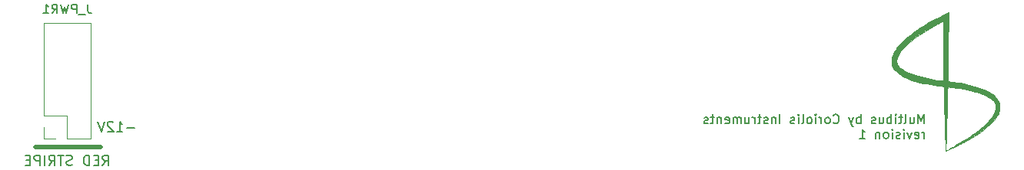
<source format=gbr>
G04 #@! TF.GenerationSoftware,KiCad,Pcbnew,(5.0.2)-1*
G04 #@! TF.CreationDate,2019-02-12T12:39:20+01:00*
G04 #@! TF.ProjectId,Multibus_mainboard,4d756c74-6962-4757-935f-6d61696e626f,rev?*
G04 #@! TF.SameCoordinates,Original*
G04 #@! TF.FileFunction,Legend,Bot*
G04 #@! TF.FilePolarity,Positive*
%FSLAX46Y46*%
G04 Gerber Fmt 4.6, Leading zero omitted, Abs format (unit mm)*
G04 Created by KiCad (PCBNEW (5.0.2)-1) date 12-2-2019 12:39:20*
%MOMM*%
%LPD*%
G01*
G04 APERTURE LIST*
%ADD10C,0.150000*%
%ADD11C,0.500000*%
%ADD12C,0.010000*%
%ADD13C,0.120000*%
G04 APERTURE END LIST*
D10*
X260664404Y-14127380D02*
X260664404Y-13127380D01*
X260331071Y-13841666D01*
X259997738Y-13127380D01*
X259997738Y-14127380D01*
X259092976Y-13460714D02*
X259092976Y-14127380D01*
X259521547Y-13460714D02*
X259521547Y-13984523D01*
X259473928Y-14079761D01*
X259378690Y-14127380D01*
X259235833Y-14127380D01*
X259140595Y-14079761D01*
X259092976Y-14032142D01*
X258473928Y-14127380D02*
X258569166Y-14079761D01*
X258616785Y-13984523D01*
X258616785Y-13127380D01*
X258235833Y-13460714D02*
X257854880Y-13460714D01*
X258092976Y-13127380D02*
X258092976Y-13984523D01*
X258045357Y-14079761D01*
X257950119Y-14127380D01*
X257854880Y-14127380D01*
X257521547Y-14127380D02*
X257521547Y-13460714D01*
X257521547Y-13127380D02*
X257569166Y-13175000D01*
X257521547Y-13222619D01*
X257473928Y-13175000D01*
X257521547Y-13127380D01*
X257521547Y-13222619D01*
X257045357Y-14127380D02*
X257045357Y-13127380D01*
X257045357Y-13508333D02*
X256950119Y-13460714D01*
X256759642Y-13460714D01*
X256664404Y-13508333D01*
X256616785Y-13555952D01*
X256569166Y-13651190D01*
X256569166Y-13936904D01*
X256616785Y-14032142D01*
X256664404Y-14079761D01*
X256759642Y-14127380D01*
X256950119Y-14127380D01*
X257045357Y-14079761D01*
X255712023Y-13460714D02*
X255712023Y-14127380D01*
X256140595Y-13460714D02*
X256140595Y-13984523D01*
X256092976Y-14079761D01*
X255997738Y-14127380D01*
X255854880Y-14127380D01*
X255759642Y-14079761D01*
X255712023Y-14032142D01*
X255283452Y-14079761D02*
X255188214Y-14127380D01*
X254997738Y-14127380D01*
X254902500Y-14079761D01*
X254854880Y-13984523D01*
X254854880Y-13936904D01*
X254902500Y-13841666D01*
X254997738Y-13794047D01*
X255140595Y-13794047D01*
X255235833Y-13746428D01*
X255283452Y-13651190D01*
X255283452Y-13603571D01*
X255235833Y-13508333D01*
X255140595Y-13460714D01*
X254997738Y-13460714D01*
X254902500Y-13508333D01*
X253664404Y-14127380D02*
X253664404Y-13127380D01*
X253664404Y-13508333D02*
X253569166Y-13460714D01*
X253378690Y-13460714D01*
X253283452Y-13508333D01*
X253235833Y-13555952D01*
X253188214Y-13651190D01*
X253188214Y-13936904D01*
X253235833Y-14032142D01*
X253283452Y-14079761D01*
X253378690Y-14127380D01*
X253569166Y-14127380D01*
X253664404Y-14079761D01*
X252854880Y-13460714D02*
X252616785Y-14127380D01*
X252378690Y-13460714D02*
X252616785Y-14127380D01*
X252712023Y-14365476D01*
X252759642Y-14413095D01*
X252854880Y-14460714D01*
X250664404Y-14032142D02*
X250712023Y-14079761D01*
X250854880Y-14127380D01*
X250950119Y-14127380D01*
X251092976Y-14079761D01*
X251188214Y-13984523D01*
X251235833Y-13889285D01*
X251283452Y-13698809D01*
X251283452Y-13555952D01*
X251235833Y-13365476D01*
X251188214Y-13270238D01*
X251092976Y-13175000D01*
X250950119Y-13127380D01*
X250854880Y-13127380D01*
X250712023Y-13175000D01*
X250664404Y-13222619D01*
X250092976Y-14127380D02*
X250188214Y-14079761D01*
X250235833Y-14032142D01*
X250283452Y-13936904D01*
X250283452Y-13651190D01*
X250235833Y-13555952D01*
X250188214Y-13508333D01*
X250092976Y-13460714D01*
X249950119Y-13460714D01*
X249854880Y-13508333D01*
X249807261Y-13555952D01*
X249759642Y-13651190D01*
X249759642Y-13936904D01*
X249807261Y-14032142D01*
X249854880Y-14079761D01*
X249950119Y-14127380D01*
X250092976Y-14127380D01*
X249331071Y-14127380D02*
X249331071Y-13460714D01*
X249331071Y-13651190D02*
X249283452Y-13555952D01*
X249235833Y-13508333D01*
X249140595Y-13460714D01*
X249045357Y-13460714D01*
X248712023Y-14127380D02*
X248712023Y-13460714D01*
X248712023Y-13127380D02*
X248759642Y-13175000D01*
X248712023Y-13222619D01*
X248664404Y-13175000D01*
X248712023Y-13127380D01*
X248712023Y-13222619D01*
X248092976Y-14127380D02*
X248188214Y-14079761D01*
X248235833Y-14032142D01*
X248283452Y-13936904D01*
X248283452Y-13651190D01*
X248235833Y-13555952D01*
X248188214Y-13508333D01*
X248092976Y-13460714D01*
X247950119Y-13460714D01*
X247854880Y-13508333D01*
X247807261Y-13555952D01*
X247759642Y-13651190D01*
X247759642Y-13936904D01*
X247807261Y-14032142D01*
X247854880Y-14079761D01*
X247950119Y-14127380D01*
X248092976Y-14127380D01*
X247188214Y-14127380D02*
X247283452Y-14079761D01*
X247331071Y-13984523D01*
X247331071Y-13127380D01*
X246807261Y-14127380D02*
X246807261Y-13460714D01*
X246807261Y-13127380D02*
X246854880Y-13175000D01*
X246807261Y-13222619D01*
X246759642Y-13175000D01*
X246807261Y-13127380D01*
X246807261Y-13222619D01*
X246378690Y-14079761D02*
X246283452Y-14127380D01*
X246092976Y-14127380D01*
X245997738Y-14079761D01*
X245950119Y-13984523D01*
X245950119Y-13936904D01*
X245997738Y-13841666D01*
X246092976Y-13794047D01*
X246235833Y-13794047D01*
X246331071Y-13746428D01*
X246378690Y-13651190D01*
X246378690Y-13603571D01*
X246331071Y-13508333D01*
X246235833Y-13460714D01*
X246092976Y-13460714D01*
X245997738Y-13508333D01*
X244759642Y-14127380D02*
X244759642Y-13127380D01*
X244283452Y-13460714D02*
X244283452Y-14127380D01*
X244283452Y-13555952D02*
X244235833Y-13508333D01*
X244140595Y-13460714D01*
X243997738Y-13460714D01*
X243902500Y-13508333D01*
X243854880Y-13603571D01*
X243854880Y-14127380D01*
X243426309Y-14079761D02*
X243331071Y-14127380D01*
X243140595Y-14127380D01*
X243045357Y-14079761D01*
X242997738Y-13984523D01*
X242997738Y-13936904D01*
X243045357Y-13841666D01*
X243140595Y-13794047D01*
X243283452Y-13794047D01*
X243378690Y-13746428D01*
X243426309Y-13651190D01*
X243426309Y-13603571D01*
X243378690Y-13508333D01*
X243283452Y-13460714D01*
X243140595Y-13460714D01*
X243045357Y-13508333D01*
X242712023Y-13460714D02*
X242331071Y-13460714D01*
X242569166Y-13127380D02*
X242569166Y-13984523D01*
X242521547Y-14079761D01*
X242426309Y-14127380D01*
X242331071Y-14127380D01*
X241997738Y-14127380D02*
X241997738Y-13460714D01*
X241997738Y-13651190D02*
X241950119Y-13555952D01*
X241902500Y-13508333D01*
X241807261Y-13460714D01*
X241712023Y-13460714D01*
X240950119Y-13460714D02*
X240950119Y-14127380D01*
X241378690Y-13460714D02*
X241378690Y-13984523D01*
X241331071Y-14079761D01*
X241235833Y-14127380D01*
X241092976Y-14127380D01*
X240997738Y-14079761D01*
X240950119Y-14032142D01*
X240473928Y-14127380D02*
X240473928Y-13460714D01*
X240473928Y-13555952D02*
X240426309Y-13508333D01*
X240331071Y-13460714D01*
X240188214Y-13460714D01*
X240092976Y-13508333D01*
X240045357Y-13603571D01*
X240045357Y-14127380D01*
X240045357Y-13603571D02*
X239997738Y-13508333D01*
X239902500Y-13460714D01*
X239759642Y-13460714D01*
X239664404Y-13508333D01*
X239616785Y-13603571D01*
X239616785Y-14127380D01*
X238759642Y-14079761D02*
X238854880Y-14127380D01*
X239045357Y-14127380D01*
X239140595Y-14079761D01*
X239188214Y-13984523D01*
X239188214Y-13603571D01*
X239140595Y-13508333D01*
X239045357Y-13460714D01*
X238854880Y-13460714D01*
X238759642Y-13508333D01*
X238712023Y-13603571D01*
X238712023Y-13698809D01*
X239188214Y-13794047D01*
X238283452Y-13460714D02*
X238283452Y-14127380D01*
X238283452Y-13555952D02*
X238235833Y-13508333D01*
X238140595Y-13460714D01*
X237997738Y-13460714D01*
X237902500Y-13508333D01*
X237854880Y-13603571D01*
X237854880Y-14127380D01*
X237521547Y-13460714D02*
X237140595Y-13460714D01*
X237378690Y-13127380D02*
X237378690Y-13984523D01*
X237331071Y-14079761D01*
X237235833Y-14127380D01*
X237140595Y-14127380D01*
X236854880Y-14079761D02*
X236759642Y-14127380D01*
X236569166Y-14127380D01*
X236473928Y-14079761D01*
X236426309Y-13984523D01*
X236426309Y-13936904D01*
X236473928Y-13841666D01*
X236569166Y-13794047D01*
X236712023Y-13794047D01*
X236807261Y-13746428D01*
X236854880Y-13651190D01*
X236854880Y-13603571D01*
X236807261Y-13508333D01*
X236712023Y-13460714D01*
X236569166Y-13460714D01*
X236473928Y-13508333D01*
X260664404Y-15777380D02*
X260664404Y-15110714D01*
X260664404Y-15301190D02*
X260616785Y-15205952D01*
X260569166Y-15158333D01*
X260473928Y-15110714D01*
X260378690Y-15110714D01*
X259664404Y-15729761D02*
X259759642Y-15777380D01*
X259950119Y-15777380D01*
X260045357Y-15729761D01*
X260092976Y-15634523D01*
X260092976Y-15253571D01*
X260045357Y-15158333D01*
X259950119Y-15110714D01*
X259759642Y-15110714D01*
X259664404Y-15158333D01*
X259616785Y-15253571D01*
X259616785Y-15348809D01*
X260092976Y-15444047D01*
X259283452Y-15110714D02*
X259045357Y-15777380D01*
X258807261Y-15110714D01*
X258426309Y-15777380D02*
X258426309Y-15110714D01*
X258426309Y-14777380D02*
X258473928Y-14825000D01*
X258426309Y-14872619D01*
X258378690Y-14825000D01*
X258426309Y-14777380D01*
X258426309Y-14872619D01*
X257997738Y-15729761D02*
X257902500Y-15777380D01*
X257712023Y-15777380D01*
X257616785Y-15729761D01*
X257569166Y-15634523D01*
X257569166Y-15586904D01*
X257616785Y-15491666D01*
X257712023Y-15444047D01*
X257854880Y-15444047D01*
X257950119Y-15396428D01*
X257997738Y-15301190D01*
X257997738Y-15253571D01*
X257950119Y-15158333D01*
X257854880Y-15110714D01*
X257712023Y-15110714D01*
X257616785Y-15158333D01*
X257140595Y-15777380D02*
X257140595Y-15110714D01*
X257140595Y-14777380D02*
X257188214Y-14825000D01*
X257140595Y-14872619D01*
X257092976Y-14825000D01*
X257140595Y-14777380D01*
X257140595Y-14872619D01*
X256521547Y-15777380D02*
X256616785Y-15729761D01*
X256664404Y-15682142D01*
X256712023Y-15586904D01*
X256712023Y-15301190D01*
X256664404Y-15205952D01*
X256616785Y-15158333D01*
X256521547Y-15110714D01*
X256378690Y-15110714D01*
X256283452Y-15158333D01*
X256235833Y-15205952D01*
X256188214Y-15301190D01*
X256188214Y-15586904D01*
X256235833Y-15682142D01*
X256283452Y-15729761D01*
X256378690Y-15777380D01*
X256521547Y-15777380D01*
X255759642Y-15110714D02*
X255759642Y-15777380D01*
X255759642Y-15205952D02*
X255712023Y-15158333D01*
X255616785Y-15110714D01*
X255473928Y-15110714D01*
X255378690Y-15158333D01*
X255331071Y-15253571D01*
X255331071Y-15777380D01*
X253569166Y-15777380D02*
X254140595Y-15777380D01*
X253854880Y-15777380D02*
X253854880Y-14777380D01*
X253950119Y-14920238D01*
X254045357Y-15015476D01*
X254140595Y-15063095D01*
X173688095Y-14578571D02*
X172850000Y-14578571D01*
X171750000Y-14997619D02*
X172378571Y-14997619D01*
X172064285Y-14997619D02*
X172064285Y-13897619D01*
X172169047Y-14054761D01*
X172273809Y-14159523D01*
X172378571Y-14211904D01*
X171330952Y-14002380D02*
X171278571Y-13950000D01*
X171173809Y-13897619D01*
X170911904Y-13897619D01*
X170807142Y-13950000D01*
X170754761Y-14002380D01*
X170702380Y-14107142D01*
X170702380Y-14211904D01*
X170754761Y-14369047D01*
X171383333Y-14997619D01*
X170702380Y-14997619D01*
X170388095Y-13897619D02*
X170021428Y-14997619D01*
X169654761Y-13897619D01*
D11*
X170000000Y-16750000D02*
X162750000Y-16750000D01*
D10*
X170178571Y-18747619D02*
X170545238Y-18223809D01*
X170807142Y-18747619D02*
X170807142Y-17647619D01*
X170388095Y-17647619D01*
X170283333Y-17700000D01*
X170230952Y-17752380D01*
X170178571Y-17857142D01*
X170178571Y-18014285D01*
X170230952Y-18119047D01*
X170283333Y-18171428D01*
X170388095Y-18223809D01*
X170807142Y-18223809D01*
X169707142Y-18171428D02*
X169340476Y-18171428D01*
X169183333Y-18747619D02*
X169707142Y-18747619D01*
X169707142Y-17647619D01*
X169183333Y-17647619D01*
X168711904Y-18747619D02*
X168711904Y-17647619D01*
X168450000Y-17647619D01*
X168292857Y-17700000D01*
X168188095Y-17804761D01*
X168135714Y-17909523D01*
X168083333Y-18119047D01*
X168083333Y-18276190D01*
X168135714Y-18485714D01*
X168188095Y-18590476D01*
X168292857Y-18695238D01*
X168450000Y-18747619D01*
X168711904Y-18747619D01*
X166826190Y-18695238D02*
X166669047Y-18747619D01*
X166407142Y-18747619D01*
X166302380Y-18695238D01*
X166250000Y-18642857D01*
X166197619Y-18538095D01*
X166197619Y-18433333D01*
X166250000Y-18328571D01*
X166302380Y-18276190D01*
X166407142Y-18223809D01*
X166616666Y-18171428D01*
X166721428Y-18119047D01*
X166773809Y-18066666D01*
X166826190Y-17961904D01*
X166826190Y-17857142D01*
X166773809Y-17752380D01*
X166721428Y-17700000D01*
X166616666Y-17647619D01*
X166354761Y-17647619D01*
X166197619Y-17700000D01*
X165883333Y-17647619D02*
X165254761Y-17647619D01*
X165569047Y-18747619D02*
X165569047Y-17647619D01*
X164259523Y-18747619D02*
X164626190Y-18223809D01*
X164888095Y-18747619D02*
X164888095Y-17647619D01*
X164469047Y-17647619D01*
X164364285Y-17700000D01*
X164311904Y-17752380D01*
X164259523Y-17857142D01*
X164259523Y-18014285D01*
X164311904Y-18119047D01*
X164364285Y-18171428D01*
X164469047Y-18223809D01*
X164888095Y-18223809D01*
X163788095Y-18747619D02*
X163788095Y-17647619D01*
X163264285Y-18747619D02*
X163264285Y-17647619D01*
X162845238Y-17647619D01*
X162740476Y-17700000D01*
X162688095Y-17752380D01*
X162635714Y-17857142D01*
X162635714Y-18014285D01*
X162688095Y-18119047D01*
X162740476Y-18171428D01*
X162845238Y-18223809D01*
X163264285Y-18223809D01*
X162164285Y-18171428D02*
X161797619Y-18171428D01*
X161640476Y-18747619D02*
X162164285Y-18747619D01*
X162164285Y-17647619D01*
X161640476Y-17647619D01*
D12*
G04 #@! TO.C,MK1*
G36*
X263304666Y-1865150D02*
X263274468Y-1877872D01*
X263229895Y-1897738D01*
X263173261Y-1923655D01*
X263106877Y-1954531D01*
X263033056Y-1989271D01*
X262954109Y-2026782D01*
X262872350Y-2065971D01*
X262790091Y-2105745D01*
X262709643Y-2145010D01*
X262633320Y-2182673D01*
X262566639Y-2216023D01*
X262215522Y-2396482D01*
X261867014Y-2582352D01*
X261522713Y-2772633D01*
X261184214Y-2966329D01*
X260853113Y-3162438D01*
X260531007Y-3359965D01*
X260219491Y-3557908D01*
X259920163Y-3755271D01*
X259634617Y-3951054D01*
X259364451Y-4144259D01*
X259111260Y-4333886D01*
X258876641Y-4518939D01*
X258846597Y-4543417D01*
X258715242Y-4653086D01*
X258581692Y-4768746D01*
X258448703Y-4887806D01*
X258319030Y-5007676D01*
X258195427Y-5125766D01*
X258080649Y-5239486D01*
X257977450Y-5346244D01*
X257888586Y-5443452D01*
X257884215Y-5448417D01*
X257713076Y-5653575D01*
X257561456Y-5857034D01*
X257429472Y-6058494D01*
X257317241Y-6257651D01*
X257224879Y-6454205D01*
X257152504Y-6647855D01*
X257100233Y-6838297D01*
X257068182Y-7025232D01*
X257056469Y-7208356D01*
X257065210Y-7387369D01*
X257083927Y-7511959D01*
X257127290Y-7680132D01*
X257191256Y-7843867D01*
X257275702Y-8003026D01*
X257380503Y-8157470D01*
X257505539Y-8307063D01*
X257650684Y-8451666D01*
X257815817Y-8591140D01*
X258000814Y-8725349D01*
X258205553Y-8854155D01*
X258355498Y-8938321D01*
X258565904Y-9043825D01*
X258796811Y-9145575D01*
X259047874Y-9243484D01*
X259318748Y-9337465D01*
X259609088Y-9427429D01*
X259918547Y-9513289D01*
X260246780Y-9594957D01*
X260593443Y-9672347D01*
X260958190Y-9745369D01*
X261340675Y-9813936D01*
X261740553Y-9877962D01*
X262157478Y-9937358D01*
X262432260Y-9972797D01*
X262511821Y-9982670D01*
X262586634Y-9991981D01*
X262653503Y-10000327D01*
X262709233Y-10007312D01*
X262750630Y-10012534D01*
X262774498Y-10015593D01*
X262775660Y-10015747D01*
X262820639Y-10021714D01*
X262820668Y-10177169D01*
X262820983Y-10241988D01*
X262821887Y-10323867D01*
X262823354Y-10421897D01*
X262825356Y-10535165D01*
X262827866Y-10662760D01*
X262830856Y-10803769D01*
X262834299Y-10957283D01*
X262838168Y-11122388D01*
X262842435Y-11298174D01*
X262847073Y-11483728D01*
X262852055Y-11678139D01*
X262857353Y-11880496D01*
X262862940Y-12089887D01*
X262868788Y-12305400D01*
X262874871Y-12526124D01*
X262881160Y-12751147D01*
X262887629Y-12979558D01*
X262894250Y-13210444D01*
X262900995Y-13442895D01*
X262907838Y-13675999D01*
X262914751Y-13908844D01*
X262921707Y-14140519D01*
X262928678Y-14370111D01*
X262935637Y-14596710D01*
X262942557Y-14819403D01*
X262949410Y-15037280D01*
X262956168Y-15249429D01*
X262962805Y-15454937D01*
X262969294Y-15652894D01*
X262975606Y-15842387D01*
X262981715Y-16022506D01*
X262987592Y-16192339D01*
X262993212Y-16350973D01*
X262998545Y-16497498D01*
X263003566Y-16631001D01*
X263008246Y-16750572D01*
X263012559Y-16855299D01*
X263016477Y-16944269D01*
X263019972Y-17016572D01*
X263023017Y-17071296D01*
X263025586Y-17107529D01*
X263027649Y-17124360D01*
X263029088Y-17121834D01*
X263030232Y-17103654D01*
X263031995Y-17065636D01*
X263034336Y-17009098D01*
X263037207Y-16935359D01*
X263040566Y-16845735D01*
X263044368Y-16741547D01*
X263048569Y-16624110D01*
X263053123Y-16494745D01*
X263057986Y-16354768D01*
X263063114Y-16205498D01*
X263068463Y-16048254D01*
X263073988Y-15884352D01*
X263079644Y-15715112D01*
X263085387Y-15541852D01*
X263091172Y-15365889D01*
X263096956Y-15188542D01*
X263102693Y-15011129D01*
X263108339Y-14834968D01*
X263113850Y-14661377D01*
X263119181Y-14491674D01*
X263124288Y-14327177D01*
X263129126Y-14169206D01*
X263132645Y-14052667D01*
X263138704Y-13847706D01*
X263145123Y-13625122D01*
X263151807Y-13388451D01*
X263158662Y-13141231D01*
X263165593Y-12887001D01*
X263172506Y-12629297D01*
X263179306Y-12371658D01*
X263185900Y-12117622D01*
X263192192Y-11870725D01*
X263198089Y-11634507D01*
X263203495Y-11412503D01*
X263206522Y-11285125D01*
X263209514Y-11158214D01*
X263212556Y-11029759D01*
X263215578Y-10902673D01*
X263218511Y-10779871D01*
X263221285Y-10664270D01*
X263223829Y-10558783D01*
X263226074Y-10466326D01*
X263227950Y-10389814D01*
X263229125Y-10342591D01*
X263236050Y-10066807D01*
X263263824Y-10070071D01*
X263569636Y-10106916D01*
X263856049Y-10143339D01*
X264124820Y-10179623D01*
X264377706Y-10216055D01*
X264616462Y-10252918D01*
X264842845Y-10290498D01*
X265058611Y-10329079D01*
X265265517Y-10368947D01*
X265465319Y-10410386D01*
X265659772Y-10453682D01*
X265731056Y-10470309D01*
X265982000Y-10532455D01*
X266226942Y-10598827D01*
X266464207Y-10668818D01*
X266692122Y-10741820D01*
X266909010Y-10817225D01*
X267113198Y-10894426D01*
X267303011Y-10972815D01*
X267476774Y-11051783D01*
X267632813Y-11130725D01*
X267769454Y-11209030D01*
X267773639Y-11211613D01*
X267902448Y-11297714D01*
X268024855Y-11392069D01*
X268137397Y-11491590D01*
X268236614Y-11593189D01*
X268319044Y-11693779D01*
X268328090Y-11706260D01*
X268372279Y-11775968D01*
X268415786Y-11858435D01*
X268454758Y-11945495D01*
X268485342Y-12028980D01*
X268493865Y-12057709D01*
X268507487Y-12123668D01*
X268517240Y-12204024D01*
X268522923Y-12292325D01*
X268524332Y-12382119D01*
X268521262Y-12466956D01*
X268513512Y-12540384D01*
X268509751Y-12561721D01*
X268472178Y-12709434D01*
X268417808Y-12860567D01*
X268346278Y-13015686D01*
X268257224Y-13175356D01*
X268150285Y-13340140D01*
X268025095Y-13510603D01*
X267881294Y-13687310D01*
X267718517Y-13870825D01*
X267562001Y-14035625D01*
X267330777Y-14263946D01*
X267084546Y-14490854D01*
X266822674Y-14716812D01*
X266544532Y-14942283D01*
X266249490Y-15167731D01*
X265936915Y-15393617D01*
X265606178Y-15620405D01*
X265256647Y-15848557D01*
X264887692Y-16078538D01*
X264498682Y-16310809D01*
X264323472Y-16412432D01*
X264142368Y-16516601D01*
X263978777Y-16610727D01*
X263831856Y-16695303D01*
X263700759Y-16770823D01*
X263584644Y-16837778D01*
X263482664Y-16896661D01*
X263393976Y-16947965D01*
X263317735Y-16992183D01*
X263253097Y-17029807D01*
X263199217Y-17061330D01*
X263155250Y-17087244D01*
X263120351Y-17108043D01*
X263093678Y-17124219D01*
X263074384Y-17136264D01*
X263061626Y-17144672D01*
X263054558Y-17149935D01*
X263052337Y-17152545D01*
X263054002Y-17153010D01*
X263064410Y-17148442D01*
X263091366Y-17135847D01*
X263132365Y-17116415D01*
X263184903Y-17091339D01*
X263246473Y-17061812D01*
X263314573Y-17029025D01*
X263318056Y-17027345D01*
X263543916Y-16918316D01*
X263751866Y-16817769D01*
X263943105Y-16725083D01*
X264118832Y-16639640D01*
X264280246Y-16560819D01*
X264428548Y-16488000D01*
X264564935Y-16420564D01*
X264690608Y-16357889D01*
X264806766Y-16299357D01*
X264914608Y-16244348D01*
X265015333Y-16192241D01*
X265110141Y-16142417D01*
X265200232Y-16094255D01*
X265286803Y-16047136D01*
X265371056Y-16000440D01*
X265454188Y-15953546D01*
X265537400Y-15905835D01*
X265621891Y-15856688D01*
X265708859Y-15805483D01*
X265799505Y-15751602D01*
X265884514Y-15700732D01*
X266245452Y-15477522D01*
X266586665Y-15252646D01*
X266909583Y-15025081D01*
X267215638Y-14793800D01*
X267506262Y-14557780D01*
X267632733Y-14449453D01*
X267697129Y-14391974D01*
X267769966Y-14324578D01*
X267848628Y-14249878D01*
X267930500Y-14170488D01*
X268012965Y-14089019D01*
X268093409Y-14008086D01*
X268169216Y-13930301D01*
X268237769Y-13858277D01*
X268296453Y-13794627D01*
X268342653Y-13741964D01*
X268351196Y-13731732D01*
X268497764Y-13543286D01*
X268625849Y-13355954D01*
X268735044Y-13170496D01*
X268824944Y-12987671D01*
X268895144Y-12808238D01*
X268945238Y-12632956D01*
X268950355Y-12610036D01*
X268963184Y-12530864D01*
X268971494Y-12437314D01*
X268975283Y-12335583D01*
X268974549Y-12231869D01*
X268969288Y-12132372D01*
X268959498Y-12043289D01*
X268950622Y-11993524D01*
X268919331Y-11867068D01*
X268881840Y-11752277D01*
X268835027Y-11639874D01*
X268822528Y-11613209D01*
X268779078Y-11527515D01*
X268733591Y-11449518D01*
X268683285Y-11375544D01*
X268625379Y-11301921D01*
X268557092Y-11224975D01*
X268475643Y-11141034D01*
X268433666Y-11099718D01*
X268314949Y-10990306D01*
X268189397Y-10886897D01*
X268055613Y-10788777D01*
X267912201Y-10695229D01*
X267757764Y-10605540D01*
X267590905Y-10518993D01*
X267410229Y-10434875D01*
X267214339Y-10352470D01*
X267001839Y-10271063D01*
X266771332Y-10189939D01*
X266521421Y-10108383D01*
X266460092Y-10089192D01*
X266175056Y-10004441D01*
X265883406Y-9925327D01*
X265583336Y-9851486D01*
X265273037Y-9782557D01*
X264950701Y-9718177D01*
X264614522Y-9657985D01*
X264262690Y-9601618D01*
X263893399Y-9548715D01*
X263524431Y-9501296D01*
X263450761Y-9492265D01*
X263384414Y-9484043D01*
X263328160Y-9476979D01*
X263284769Y-9471425D01*
X263257010Y-9467730D01*
X263247646Y-9466266D01*
X263247509Y-9455728D01*
X263247782Y-9426223D01*
X263248429Y-9379947D01*
X263249414Y-9319094D01*
X263249658Y-9305140D01*
X262798277Y-9305140D01*
X262797540Y-9360859D01*
X262796021Y-9398135D01*
X262793731Y-9415818D01*
X262792725Y-9417167D01*
X262779981Y-9415867D01*
X262749041Y-9412200D01*
X262702697Y-9406510D01*
X262643746Y-9399147D01*
X262574982Y-9390455D01*
X262499198Y-9380782D01*
X262492112Y-9379873D01*
X262086103Y-9324416D01*
X261695482Y-9264275D01*
X261320605Y-9199566D01*
X260961829Y-9130404D01*
X260619511Y-9056903D01*
X260294007Y-8979179D01*
X259985674Y-8897347D01*
X259694868Y-8811522D01*
X259421947Y-8721818D01*
X259167266Y-8628351D01*
X258931183Y-8531236D01*
X258714053Y-8430588D01*
X258516235Y-8326522D01*
X258338083Y-8219152D01*
X258179956Y-8108595D01*
X258042209Y-7994964D01*
X257963656Y-7919392D01*
X257859933Y-7802570D01*
X257776571Y-7685645D01*
X257712823Y-7566936D01*
X257667941Y-7444766D01*
X257641180Y-7317455D01*
X257631790Y-7183323D01*
X257631765Y-7173500D01*
X257639340Y-7044914D01*
X257662105Y-6916317D01*
X257700754Y-6785798D01*
X257755978Y-6651444D01*
X257828470Y-6511343D01*
X257918922Y-6363585D01*
X257932563Y-6342923D01*
X258065180Y-6156995D01*
X258218230Y-5966893D01*
X258391439Y-5772842D01*
X258584534Y-5575067D01*
X258797244Y-5373793D01*
X259029295Y-5169244D01*
X259280416Y-4961645D01*
X259550332Y-4751221D01*
X259838772Y-4538197D01*
X260145463Y-4322798D01*
X260470133Y-4105248D01*
X260812508Y-3885772D01*
X261172317Y-3664595D01*
X261203282Y-3645971D01*
X261287213Y-3596035D01*
X261379400Y-3542000D01*
X261478306Y-3484712D01*
X261582391Y-3425019D01*
X261690114Y-3363766D01*
X261799936Y-3301799D01*
X261910318Y-3239965D01*
X262019720Y-3179110D01*
X262126602Y-3120080D01*
X262229425Y-3063722D01*
X262326649Y-3010881D01*
X262416735Y-2962404D01*
X262498142Y-2919138D01*
X262569332Y-2881927D01*
X262628763Y-2851619D01*
X262674898Y-2829060D01*
X262706197Y-2815096D01*
X262721118Y-2810573D01*
X262722161Y-2811144D01*
X262722477Y-2822391D01*
X262722931Y-2853623D01*
X262723514Y-2903662D01*
X262724214Y-2971327D01*
X262725024Y-3055438D01*
X262725931Y-3154815D01*
X262726926Y-3268278D01*
X262727998Y-3394647D01*
X262729139Y-3532743D01*
X262730336Y-3681384D01*
X262731581Y-3839391D01*
X262732863Y-4005585D01*
X262734171Y-4178784D01*
X262735496Y-4357810D01*
X262735539Y-4363625D01*
X262738311Y-4730205D01*
X262741135Y-5078441D01*
X262744047Y-5411156D01*
X262747084Y-5731173D01*
X262750282Y-6041315D01*
X262753678Y-6344405D01*
X262757307Y-6643266D01*
X262761206Y-6940721D01*
X262765411Y-7239593D01*
X262769959Y-7542705D01*
X262774887Y-7852879D01*
X262780229Y-8172939D01*
X262786023Y-8505707D01*
X262792305Y-8854007D01*
X262795714Y-9038813D01*
X262797373Y-9142967D01*
X262798225Y-9232126D01*
X262798277Y-9305140D01*
X263249658Y-9305140D01*
X263250699Y-9245861D01*
X263252249Y-9162442D01*
X263254027Y-9071033D01*
X263255046Y-9020292D01*
X263262226Y-8651794D01*
X263269139Y-8268244D01*
X263275738Y-7873133D01*
X263281979Y-7469953D01*
X263287817Y-7062194D01*
X263293206Y-6653348D01*
X263298100Y-6246907D01*
X263302456Y-5846362D01*
X263306226Y-5455203D01*
X263309366Y-5076924D01*
X263311831Y-4715014D01*
X263312564Y-4585875D01*
X263313493Y-4414430D01*
X263314513Y-4231201D01*
X263315601Y-4039690D01*
X263316736Y-3843398D01*
X263317899Y-3645826D01*
X263319068Y-3450477D01*
X263320223Y-3260851D01*
X263321341Y-3080451D01*
X263322404Y-2912776D01*
X263323389Y-2761330D01*
X263323766Y-2704688D01*
X263324803Y-2534404D01*
X263325487Y-2384719D01*
X263325813Y-2255065D01*
X263325778Y-2144879D01*
X263325378Y-2053594D01*
X263324609Y-1980643D01*
X263323468Y-1925463D01*
X263321950Y-1887486D01*
X263320053Y-1866147D01*
X263318178Y-1860667D01*
X263304666Y-1865150D01*
X263304666Y-1865150D01*
G37*
X263304666Y-1865150D02*
X263274468Y-1877872D01*
X263229895Y-1897738D01*
X263173261Y-1923655D01*
X263106877Y-1954531D01*
X263033056Y-1989271D01*
X262954109Y-2026782D01*
X262872350Y-2065971D01*
X262790091Y-2105745D01*
X262709643Y-2145010D01*
X262633320Y-2182673D01*
X262566639Y-2216023D01*
X262215522Y-2396482D01*
X261867014Y-2582352D01*
X261522713Y-2772633D01*
X261184214Y-2966329D01*
X260853113Y-3162438D01*
X260531007Y-3359965D01*
X260219491Y-3557908D01*
X259920163Y-3755271D01*
X259634617Y-3951054D01*
X259364451Y-4144259D01*
X259111260Y-4333886D01*
X258876641Y-4518939D01*
X258846597Y-4543417D01*
X258715242Y-4653086D01*
X258581692Y-4768746D01*
X258448703Y-4887806D01*
X258319030Y-5007676D01*
X258195427Y-5125766D01*
X258080649Y-5239486D01*
X257977450Y-5346244D01*
X257888586Y-5443452D01*
X257884215Y-5448417D01*
X257713076Y-5653575D01*
X257561456Y-5857034D01*
X257429472Y-6058494D01*
X257317241Y-6257651D01*
X257224879Y-6454205D01*
X257152504Y-6647855D01*
X257100233Y-6838297D01*
X257068182Y-7025232D01*
X257056469Y-7208356D01*
X257065210Y-7387369D01*
X257083927Y-7511959D01*
X257127290Y-7680132D01*
X257191256Y-7843867D01*
X257275702Y-8003026D01*
X257380503Y-8157470D01*
X257505539Y-8307063D01*
X257650684Y-8451666D01*
X257815817Y-8591140D01*
X258000814Y-8725349D01*
X258205553Y-8854155D01*
X258355498Y-8938321D01*
X258565904Y-9043825D01*
X258796811Y-9145575D01*
X259047874Y-9243484D01*
X259318748Y-9337465D01*
X259609088Y-9427429D01*
X259918547Y-9513289D01*
X260246780Y-9594957D01*
X260593443Y-9672347D01*
X260958190Y-9745369D01*
X261340675Y-9813936D01*
X261740553Y-9877962D01*
X262157478Y-9937358D01*
X262432260Y-9972797D01*
X262511821Y-9982670D01*
X262586634Y-9991981D01*
X262653503Y-10000327D01*
X262709233Y-10007312D01*
X262750630Y-10012534D01*
X262774498Y-10015593D01*
X262775660Y-10015747D01*
X262820639Y-10021714D01*
X262820668Y-10177169D01*
X262820983Y-10241988D01*
X262821887Y-10323867D01*
X262823354Y-10421897D01*
X262825356Y-10535165D01*
X262827866Y-10662760D01*
X262830856Y-10803769D01*
X262834299Y-10957283D01*
X262838168Y-11122388D01*
X262842435Y-11298174D01*
X262847073Y-11483728D01*
X262852055Y-11678139D01*
X262857353Y-11880496D01*
X262862940Y-12089887D01*
X262868788Y-12305400D01*
X262874871Y-12526124D01*
X262881160Y-12751147D01*
X262887629Y-12979558D01*
X262894250Y-13210444D01*
X262900995Y-13442895D01*
X262907838Y-13675999D01*
X262914751Y-13908844D01*
X262921707Y-14140519D01*
X262928678Y-14370111D01*
X262935637Y-14596710D01*
X262942557Y-14819403D01*
X262949410Y-15037280D01*
X262956168Y-15249429D01*
X262962805Y-15454937D01*
X262969294Y-15652894D01*
X262975606Y-15842387D01*
X262981715Y-16022506D01*
X262987592Y-16192339D01*
X262993212Y-16350973D01*
X262998545Y-16497498D01*
X263003566Y-16631001D01*
X263008246Y-16750572D01*
X263012559Y-16855299D01*
X263016477Y-16944269D01*
X263019972Y-17016572D01*
X263023017Y-17071296D01*
X263025586Y-17107529D01*
X263027649Y-17124360D01*
X263029088Y-17121834D01*
X263030232Y-17103654D01*
X263031995Y-17065636D01*
X263034336Y-17009098D01*
X263037207Y-16935359D01*
X263040566Y-16845735D01*
X263044368Y-16741547D01*
X263048569Y-16624110D01*
X263053123Y-16494745D01*
X263057986Y-16354768D01*
X263063114Y-16205498D01*
X263068463Y-16048254D01*
X263073988Y-15884352D01*
X263079644Y-15715112D01*
X263085387Y-15541852D01*
X263091172Y-15365889D01*
X263096956Y-15188542D01*
X263102693Y-15011129D01*
X263108339Y-14834968D01*
X263113850Y-14661377D01*
X263119181Y-14491674D01*
X263124288Y-14327177D01*
X263129126Y-14169206D01*
X263132645Y-14052667D01*
X263138704Y-13847706D01*
X263145123Y-13625122D01*
X263151807Y-13388451D01*
X263158662Y-13141231D01*
X263165593Y-12887001D01*
X263172506Y-12629297D01*
X263179306Y-12371658D01*
X263185900Y-12117622D01*
X263192192Y-11870725D01*
X263198089Y-11634507D01*
X263203495Y-11412503D01*
X263206522Y-11285125D01*
X263209514Y-11158214D01*
X263212556Y-11029759D01*
X263215578Y-10902673D01*
X263218511Y-10779871D01*
X263221285Y-10664270D01*
X263223829Y-10558783D01*
X263226074Y-10466326D01*
X263227950Y-10389814D01*
X263229125Y-10342591D01*
X263236050Y-10066807D01*
X263263824Y-10070071D01*
X263569636Y-10106916D01*
X263856049Y-10143339D01*
X264124820Y-10179623D01*
X264377706Y-10216055D01*
X264616462Y-10252918D01*
X264842845Y-10290498D01*
X265058611Y-10329079D01*
X265265517Y-10368947D01*
X265465319Y-10410386D01*
X265659772Y-10453682D01*
X265731056Y-10470309D01*
X265982000Y-10532455D01*
X266226942Y-10598827D01*
X266464207Y-10668818D01*
X266692122Y-10741820D01*
X266909010Y-10817225D01*
X267113198Y-10894426D01*
X267303011Y-10972815D01*
X267476774Y-11051783D01*
X267632813Y-11130725D01*
X267769454Y-11209030D01*
X267773639Y-11211613D01*
X267902448Y-11297714D01*
X268024855Y-11392069D01*
X268137397Y-11491590D01*
X268236614Y-11593189D01*
X268319044Y-11693779D01*
X268328090Y-11706260D01*
X268372279Y-11775968D01*
X268415786Y-11858435D01*
X268454758Y-11945495D01*
X268485342Y-12028980D01*
X268493865Y-12057709D01*
X268507487Y-12123668D01*
X268517240Y-12204024D01*
X268522923Y-12292325D01*
X268524332Y-12382119D01*
X268521262Y-12466956D01*
X268513512Y-12540384D01*
X268509751Y-12561721D01*
X268472178Y-12709434D01*
X268417808Y-12860567D01*
X268346278Y-13015686D01*
X268257224Y-13175356D01*
X268150285Y-13340140D01*
X268025095Y-13510603D01*
X267881294Y-13687310D01*
X267718517Y-13870825D01*
X267562001Y-14035625D01*
X267330777Y-14263946D01*
X267084546Y-14490854D01*
X266822674Y-14716812D01*
X266544532Y-14942283D01*
X266249490Y-15167731D01*
X265936915Y-15393617D01*
X265606178Y-15620405D01*
X265256647Y-15848557D01*
X264887692Y-16078538D01*
X264498682Y-16310809D01*
X264323472Y-16412432D01*
X264142368Y-16516601D01*
X263978777Y-16610727D01*
X263831856Y-16695303D01*
X263700759Y-16770823D01*
X263584644Y-16837778D01*
X263482664Y-16896661D01*
X263393976Y-16947965D01*
X263317735Y-16992183D01*
X263253097Y-17029807D01*
X263199217Y-17061330D01*
X263155250Y-17087244D01*
X263120351Y-17108043D01*
X263093678Y-17124219D01*
X263074384Y-17136264D01*
X263061626Y-17144672D01*
X263054558Y-17149935D01*
X263052337Y-17152545D01*
X263054002Y-17153010D01*
X263064410Y-17148442D01*
X263091366Y-17135847D01*
X263132365Y-17116415D01*
X263184903Y-17091339D01*
X263246473Y-17061812D01*
X263314573Y-17029025D01*
X263318056Y-17027345D01*
X263543916Y-16918316D01*
X263751866Y-16817769D01*
X263943105Y-16725083D01*
X264118832Y-16639640D01*
X264280246Y-16560819D01*
X264428548Y-16488000D01*
X264564935Y-16420564D01*
X264690608Y-16357889D01*
X264806766Y-16299357D01*
X264914608Y-16244348D01*
X265015333Y-16192241D01*
X265110141Y-16142417D01*
X265200232Y-16094255D01*
X265286803Y-16047136D01*
X265371056Y-16000440D01*
X265454188Y-15953546D01*
X265537400Y-15905835D01*
X265621891Y-15856688D01*
X265708859Y-15805483D01*
X265799505Y-15751602D01*
X265884514Y-15700732D01*
X266245452Y-15477522D01*
X266586665Y-15252646D01*
X266909583Y-15025081D01*
X267215638Y-14793800D01*
X267506262Y-14557780D01*
X267632733Y-14449453D01*
X267697129Y-14391974D01*
X267769966Y-14324578D01*
X267848628Y-14249878D01*
X267930500Y-14170488D01*
X268012965Y-14089019D01*
X268093409Y-14008086D01*
X268169216Y-13930301D01*
X268237769Y-13858277D01*
X268296453Y-13794627D01*
X268342653Y-13741964D01*
X268351196Y-13731732D01*
X268497764Y-13543286D01*
X268625849Y-13355954D01*
X268735044Y-13170496D01*
X268824944Y-12987671D01*
X268895144Y-12808238D01*
X268945238Y-12632956D01*
X268950355Y-12610036D01*
X268963184Y-12530864D01*
X268971494Y-12437314D01*
X268975283Y-12335583D01*
X268974549Y-12231869D01*
X268969288Y-12132372D01*
X268959498Y-12043289D01*
X268950622Y-11993524D01*
X268919331Y-11867068D01*
X268881840Y-11752277D01*
X268835027Y-11639874D01*
X268822528Y-11613209D01*
X268779078Y-11527515D01*
X268733591Y-11449518D01*
X268683285Y-11375544D01*
X268625379Y-11301921D01*
X268557092Y-11224975D01*
X268475643Y-11141034D01*
X268433666Y-11099718D01*
X268314949Y-10990306D01*
X268189397Y-10886897D01*
X268055613Y-10788777D01*
X267912201Y-10695229D01*
X267757764Y-10605540D01*
X267590905Y-10518993D01*
X267410229Y-10434875D01*
X267214339Y-10352470D01*
X267001839Y-10271063D01*
X266771332Y-10189939D01*
X266521421Y-10108383D01*
X266460092Y-10089192D01*
X266175056Y-10004441D01*
X265883406Y-9925327D01*
X265583336Y-9851486D01*
X265273037Y-9782557D01*
X264950701Y-9718177D01*
X264614522Y-9657985D01*
X264262690Y-9601618D01*
X263893399Y-9548715D01*
X263524431Y-9501296D01*
X263450761Y-9492265D01*
X263384414Y-9484043D01*
X263328160Y-9476979D01*
X263284769Y-9471425D01*
X263257010Y-9467730D01*
X263247646Y-9466266D01*
X263247509Y-9455728D01*
X263247782Y-9426223D01*
X263248429Y-9379947D01*
X263249414Y-9319094D01*
X263249658Y-9305140D01*
X262798277Y-9305140D01*
X262797540Y-9360859D01*
X262796021Y-9398135D01*
X262793731Y-9415818D01*
X262792725Y-9417167D01*
X262779981Y-9415867D01*
X262749041Y-9412200D01*
X262702697Y-9406510D01*
X262643746Y-9399147D01*
X262574982Y-9390455D01*
X262499198Y-9380782D01*
X262492112Y-9379873D01*
X262086103Y-9324416D01*
X261695482Y-9264275D01*
X261320605Y-9199566D01*
X260961829Y-9130404D01*
X260619511Y-9056903D01*
X260294007Y-8979179D01*
X259985674Y-8897347D01*
X259694868Y-8811522D01*
X259421947Y-8721818D01*
X259167266Y-8628351D01*
X258931183Y-8531236D01*
X258714053Y-8430588D01*
X258516235Y-8326522D01*
X258338083Y-8219152D01*
X258179956Y-8108595D01*
X258042209Y-7994964D01*
X257963656Y-7919392D01*
X257859933Y-7802570D01*
X257776571Y-7685645D01*
X257712823Y-7566936D01*
X257667941Y-7444766D01*
X257641180Y-7317455D01*
X257631790Y-7183323D01*
X257631765Y-7173500D01*
X257639340Y-7044914D01*
X257662105Y-6916317D01*
X257700754Y-6785798D01*
X257755978Y-6651444D01*
X257828470Y-6511343D01*
X257918922Y-6363585D01*
X257932563Y-6342923D01*
X258065180Y-6156995D01*
X258218230Y-5966893D01*
X258391439Y-5772842D01*
X258584534Y-5575067D01*
X258797244Y-5373793D01*
X259029295Y-5169244D01*
X259280416Y-4961645D01*
X259550332Y-4751221D01*
X259838772Y-4538197D01*
X260145463Y-4322798D01*
X260470133Y-4105248D01*
X260812508Y-3885772D01*
X261172317Y-3664595D01*
X261203282Y-3645971D01*
X261287213Y-3596035D01*
X261379400Y-3542000D01*
X261478306Y-3484712D01*
X261582391Y-3425019D01*
X261690114Y-3363766D01*
X261799936Y-3301799D01*
X261910318Y-3239965D01*
X262019720Y-3179110D01*
X262126602Y-3120080D01*
X262229425Y-3063722D01*
X262326649Y-3010881D01*
X262416735Y-2962404D01*
X262498142Y-2919138D01*
X262569332Y-2881927D01*
X262628763Y-2851619D01*
X262674898Y-2829060D01*
X262706197Y-2815096D01*
X262721118Y-2810573D01*
X262722161Y-2811144D01*
X262722477Y-2822391D01*
X262722931Y-2853623D01*
X262723514Y-2903662D01*
X262724214Y-2971327D01*
X262725024Y-3055438D01*
X262725931Y-3154815D01*
X262726926Y-3268278D01*
X262727998Y-3394647D01*
X262729139Y-3532743D01*
X262730336Y-3681384D01*
X262731581Y-3839391D01*
X262732863Y-4005585D01*
X262734171Y-4178784D01*
X262735496Y-4357810D01*
X262735539Y-4363625D01*
X262738311Y-4730205D01*
X262741135Y-5078441D01*
X262744047Y-5411156D01*
X262747084Y-5731173D01*
X262750282Y-6041315D01*
X262753678Y-6344405D01*
X262757307Y-6643266D01*
X262761206Y-6940721D01*
X262765411Y-7239593D01*
X262769959Y-7542705D01*
X262774887Y-7852879D01*
X262780229Y-8172939D01*
X262786023Y-8505707D01*
X262792305Y-8854007D01*
X262795714Y-9038813D01*
X262797373Y-9142967D01*
X262798225Y-9232126D01*
X262798277Y-9305140D01*
X263249658Y-9305140D01*
X263250699Y-9245861D01*
X263252249Y-9162442D01*
X263254027Y-9071033D01*
X263255046Y-9020292D01*
X263262226Y-8651794D01*
X263269139Y-8268244D01*
X263275738Y-7873133D01*
X263281979Y-7469953D01*
X263287817Y-7062194D01*
X263293206Y-6653348D01*
X263298100Y-6246907D01*
X263302456Y-5846362D01*
X263306226Y-5455203D01*
X263309366Y-5076924D01*
X263311831Y-4715014D01*
X263312564Y-4585875D01*
X263313493Y-4414430D01*
X263314513Y-4231201D01*
X263315601Y-4039690D01*
X263316736Y-3843398D01*
X263317899Y-3645826D01*
X263319068Y-3450477D01*
X263320223Y-3260851D01*
X263321341Y-3080451D01*
X263322404Y-2912776D01*
X263323389Y-2761330D01*
X263323766Y-2704688D01*
X263324803Y-2534404D01*
X263325487Y-2384719D01*
X263325813Y-2255065D01*
X263325778Y-2144879D01*
X263325378Y-2053594D01*
X263324609Y-1980643D01*
X263323468Y-1925463D01*
X263321950Y-1887486D01*
X263320053Y-1866147D01*
X263318178Y-1860667D01*
X263304666Y-1865150D01*
D13*
G04 #@! TO.C,J_PWR1*
X163670000Y-3010000D02*
X168870000Y-3010000D01*
X163670000Y-13230000D02*
X163670000Y-3010000D01*
X168870000Y-15830000D02*
X168870000Y-3010000D01*
X163670000Y-13230000D02*
X166270000Y-13230000D01*
X166270000Y-13230000D02*
X166270000Y-15830000D01*
X166270000Y-15830000D02*
X168870000Y-15830000D01*
X163670000Y-14500000D02*
X163670000Y-15830000D01*
X163670000Y-15830000D02*
X165000000Y-15830000D01*
D10*
X168555714Y-952380D02*
X168555714Y-1666666D01*
X168603333Y-1809523D01*
X168698571Y-1904761D01*
X168841428Y-1952380D01*
X168936666Y-1952380D01*
X168317619Y-2047619D02*
X167555714Y-2047619D01*
X167317619Y-1952380D02*
X167317619Y-952380D01*
X166936666Y-952380D01*
X166841428Y-1000000D01*
X166793809Y-1047619D01*
X166746190Y-1142857D01*
X166746190Y-1285714D01*
X166793809Y-1380952D01*
X166841428Y-1428571D01*
X166936666Y-1476190D01*
X167317619Y-1476190D01*
X166412857Y-952380D02*
X166174761Y-1952380D01*
X165984285Y-1238095D01*
X165793809Y-1952380D01*
X165555714Y-952380D01*
X164603333Y-1952380D02*
X164936666Y-1476190D01*
X165174761Y-1952380D02*
X165174761Y-952380D01*
X164793809Y-952380D01*
X164698571Y-1000000D01*
X164650952Y-1047619D01*
X164603333Y-1142857D01*
X164603333Y-1285714D01*
X164650952Y-1380952D01*
X164698571Y-1428571D01*
X164793809Y-1476190D01*
X165174761Y-1476190D01*
X163650952Y-1952380D02*
X164222380Y-1952380D01*
X163936666Y-1952380D02*
X163936666Y-952380D01*
X164031904Y-1095238D01*
X164127142Y-1190476D01*
X164222380Y-1238095D01*
G04 #@! TD*
M02*

</source>
